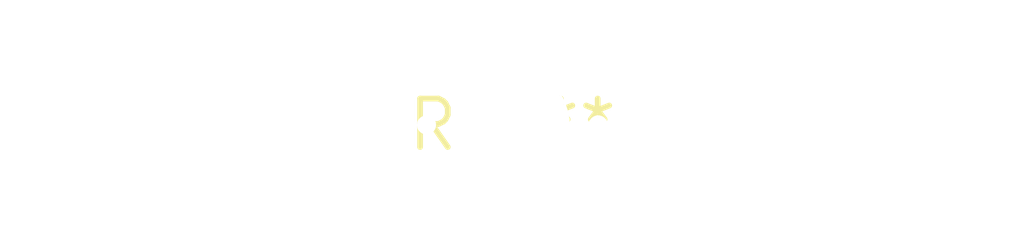
<source format=kicad_pcb>
(kicad_pcb (version 20240108) (generator pcbnew)
  (layers (0 "F.Cu" signal) (31 "B.Cu" signal) (34 "B.Paste" user) (35 "F.Paste" user) (36 "B.SilkS" user "B.Silkscreen") (37 "F.SilkS" user "F.Silkscreen") (38 "B.Mask" user) (39 "F.Mask" user) (44 "Edge.Cuts" user))
  (net 0 "")
  (footprint "MountingHole_3mm_Pad_Via" (layer "F.Cu") (at 0 0)
    (property "Reference" "REF**")
    (property "Value" "MountingHole_3mm_Pad_Via")
    (pad "1" thru_hole circle (at -2.25 0) (size 0.8 0.8) (drill 0.5) (layers *.Cu *.Mask) (remove_unused_layers))
    (pad "1" thru_hole circle (at -1.59099 -1.59099) (size 0.8 0.8) (drill 0.5) (layers *.Cu *.Mask) (remove_unused_layers))
    (pad "1" thru_hole circle (at -1.59099 1.59099) (size 0.8 0.8) (drill 0.5) (layers *.Cu *.Mask) (remove_unused_layers))
    (pad "1" thru_hole circle (at 0 -2.25) (size 0.8 0.8) (drill 0.5) (layers *.Cu *.Mask) (remove_unused_layers))
    (pad "1" thru_hole circle (at 0 0) (size 6 6) (drill 3) (layers *.Cu *.Mask) (remove_unused_layers))
    (pad "1" thru_hole circle (at 0 2.25) (size 0.8 0.8) (drill 0.5) (layers *.Cu *.Mask) (remove_unused_layers))
    (pad "1" thru_hole circle (at 1.59099 -1.59099) (size 0.8 0.8) (drill 0.5) (layers *.Cu *.Mask) (remove_unused_layers))
    (pad "1" thru_hole circle (at 1.59099 1.59099) (size 0.8 0.8) (drill 0.5) (layers *.Cu *.Mask) (remove_unused_layers))
    (pad "1" thru_hole circle (at 2.25 0) (size 0.8 0.8) (drill 0.5) (layers *.Cu *.Mask) (remove_unused_layers))
  )
)
</source>
